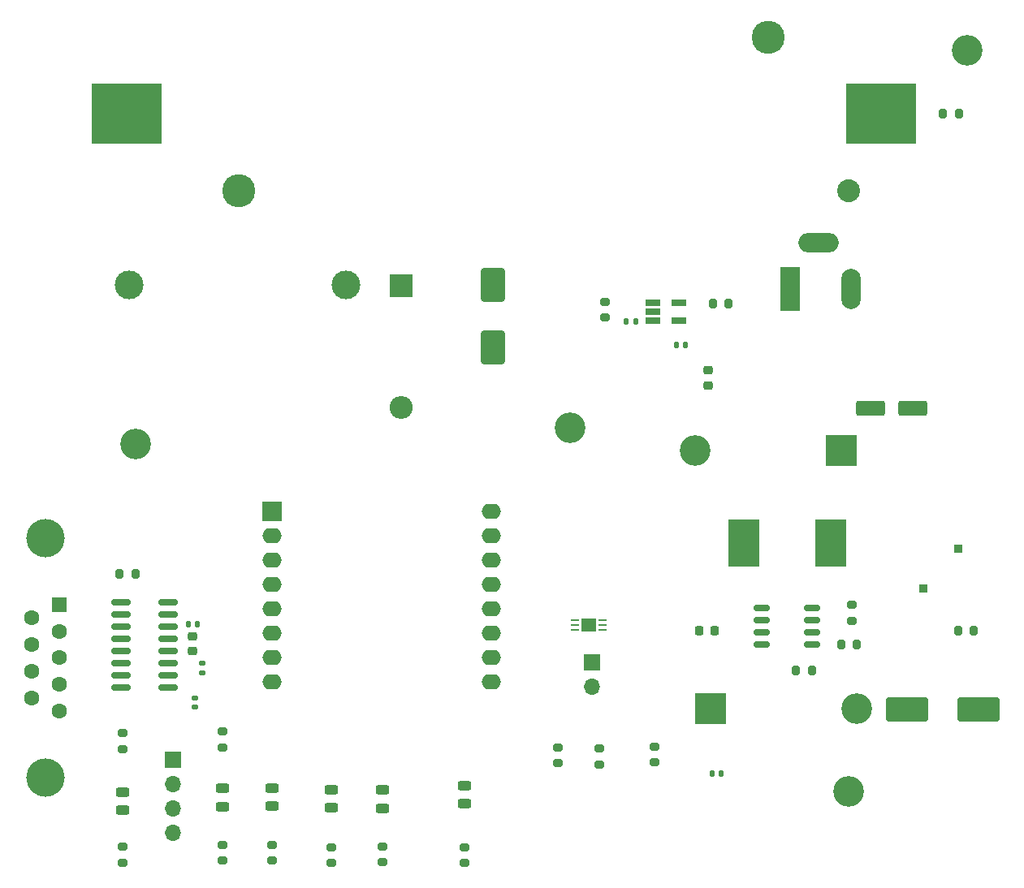
<source format=gts>
G04 #@! TF.GenerationSoftware,KiCad,Pcbnew,(7.0.0-0)*
G04 #@! TF.CreationDate,2023-11-03T12:50:16+02:00*
G04 #@! TF.ProjectId,Untitled,556e7469-746c-4656-942e-6b696361645f,rev?*
G04 #@! TF.SameCoordinates,Original*
G04 #@! TF.FileFunction,Soldermask,Top*
G04 #@! TF.FilePolarity,Negative*
%FSLAX46Y46*%
G04 Gerber Fmt 4.6, Leading zero omitted, Abs format (unit mm)*
G04 Created by KiCad (PCBNEW (7.0.0-0)) date 2023-11-03 12:50:16*
%MOMM*%
%LPD*%
G01*
G04 APERTURE LIST*
G04 Aperture macros list*
%AMRoundRect*
0 Rectangle with rounded corners*
0 $1 Rounding radius*
0 $2 $3 $4 $5 $6 $7 $8 $9 X,Y pos of 4 corners*
0 Add a 4 corners polygon primitive as box body*
4,1,4,$2,$3,$4,$5,$6,$7,$8,$9,$2,$3,0*
0 Add four circle primitives for the rounded corners*
1,1,$1+$1,$2,$3*
1,1,$1+$1,$4,$5*
1,1,$1+$1,$6,$7*
1,1,$1+$1,$8,$9*
0 Add four rect primitives between the rounded corners*
20,1,$1+$1,$2,$3,$4,$5,0*
20,1,$1+$1,$4,$5,$6,$7,0*
20,1,$1+$1,$6,$7,$8,$9,0*
20,1,$1+$1,$8,$9,$2,$3,0*%
G04 Aperture macros list end*
%ADD10R,3.175000X4.950000*%
%ADD11RoundRect,0.225000X-0.250000X0.225000X-0.250000X-0.225000X0.250000X-0.225000X0.250000X0.225000X0*%
%ADD12RoundRect,0.243750X0.456250X-0.243750X0.456250X0.243750X-0.456250X0.243750X-0.456250X-0.243750X0*%
%ADD13RoundRect,0.200000X-0.275000X0.200000X-0.275000X-0.200000X0.275000X-0.200000X0.275000X0.200000X0*%
%ADD14RoundRect,0.200000X0.275000X-0.200000X0.275000X0.200000X-0.275000X0.200000X-0.275000X-0.200000X0*%
%ADD15RoundRect,0.062500X0.350000X0.062500X-0.350000X0.062500X-0.350000X-0.062500X0.350000X-0.062500X0*%
%ADD16R,1.650000X1.350000*%
%ADD17R,3.200000X3.200000*%
%ADD18O,3.200000X3.200000*%
%ADD19RoundRect,0.225000X0.225000X0.250000X-0.225000X0.250000X-0.225000X-0.250000X0.225000X-0.250000X0*%
%ADD20RoundRect,0.150000X0.825000X0.150000X-0.825000X0.150000X-0.825000X-0.150000X0.825000X-0.150000X0*%
%ADD21C,2.390000*%
%ADD22C,3.450000*%
%ADD23R,7.340000X6.350000*%
%ADD24R,2.000000X2.000000*%
%ADD25O,2.000000X1.600000*%
%ADD26RoundRect,0.140000X0.170000X-0.140000X0.170000X0.140000X-0.170000X0.140000X-0.170000X-0.140000X0*%
%ADD27R,0.850000X0.850000*%
%ADD28RoundRect,0.140000X0.140000X0.170000X-0.140000X0.170000X-0.140000X-0.170000X0.140000X-0.170000X0*%
%ADD29RoundRect,0.200000X-0.200000X-0.275000X0.200000X-0.275000X0.200000X0.275000X-0.200000X0.275000X0*%
%ADD30RoundRect,0.140000X-0.140000X-0.170000X0.140000X-0.170000X0.140000X0.170000X-0.140000X0.170000X0*%
%ADD31R,1.700000X1.700000*%
%ADD32O,1.700000X1.700000*%
%ADD33C,3.200000*%
%ADD34RoundRect,0.250000X-1.000000X1.500000X-1.000000X-1.500000X1.000000X-1.500000X1.000000X1.500000X0*%
%ADD35R,1.560000X0.650000*%
%ADD36RoundRect,0.200000X0.200000X0.275000X-0.200000X0.275000X-0.200000X-0.275000X0.200000X-0.275000X0*%
%ADD37RoundRect,0.225000X0.250000X-0.225000X0.250000X0.225000X-0.250000X0.225000X-0.250000X-0.225000X0*%
%ADD38C,4.000000*%
%ADD39R,1.600000X1.600000*%
%ADD40C,1.600000*%
%ADD41R,2.400000X2.400000*%
%ADD42O,2.400000X2.400000*%
%ADD43RoundRect,0.150000X-0.675000X-0.150000X0.675000X-0.150000X0.675000X0.150000X-0.675000X0.150000X0*%
%ADD44RoundRect,0.250000X1.250000X0.550000X-1.250000X0.550000X-1.250000X-0.550000X1.250000X-0.550000X0*%
%ADD45R,2.000000X4.600000*%
%ADD46O,2.000000X4.200000*%
%ADD47O,4.200000X2.000000*%
%ADD48RoundRect,0.250000X-1.950000X-1.000000X1.950000X-1.000000X1.950000X1.000000X-1.950000X1.000000X0*%
%ADD49C,3.000000*%
G04 APERTURE END LIST*
D10*
X177707499Y-80263999D03*
X168692499Y-80263999D03*
D11*
X164900000Y-62225000D03*
X164900000Y-63775000D03*
D12*
X119500000Y-107677500D03*
X119500000Y-105802500D03*
D13*
X103900000Y-111925500D03*
X103900000Y-113575500D03*
X139500000Y-111949000D03*
X139500000Y-113599000D03*
D14*
X154150000Y-56712000D03*
X154150000Y-55062000D03*
D13*
X125600000Y-111935000D03*
X125600000Y-113585000D03*
D14*
X149241000Y-103188000D03*
X149241000Y-101538000D03*
D15*
X153882500Y-89252000D03*
X153882500Y-88752000D03*
X153882500Y-88252000D03*
X151007500Y-88252000D03*
X151007500Y-88752000D03*
X151007500Y-89252000D03*
D16*
X152444999Y-88751999D03*
D17*
X165179999Y-97499999D03*
D18*
X180419999Y-97499999D03*
D19*
X165576000Y-89366000D03*
X164026000Y-89366000D03*
D20*
X108647000Y-95312000D03*
X108647000Y-94042000D03*
X108647000Y-92772000D03*
X108647000Y-91502000D03*
X108647000Y-90232000D03*
X108647000Y-88962000D03*
X108647000Y-87692000D03*
X108647000Y-86422000D03*
X103697000Y-86422000D03*
X103697000Y-87692000D03*
X103697000Y-88962000D03*
X103697000Y-90232000D03*
X103697000Y-91502000D03*
X103697000Y-92772000D03*
X103697000Y-94042000D03*
X103697000Y-95312000D03*
D14*
X103900000Y-101725000D03*
X103900000Y-100075000D03*
D21*
X179541600Y-43458400D03*
D22*
X171211600Y-27458400D03*
X116011600Y-43458400D03*
D23*
X182941599Y-35458399D03*
X104281599Y-35458399D03*
D24*
X119499999Y-76899999D03*
D25*
X119499999Y-79439999D03*
X119499999Y-81979999D03*
X119499999Y-84519999D03*
X119499999Y-87059999D03*
X119499999Y-89599999D03*
X119499999Y-92139999D03*
X119499999Y-94679999D03*
X142359999Y-94679999D03*
X142359999Y-92139999D03*
X142359999Y-89599999D03*
X142359999Y-87059999D03*
X142359999Y-84519999D03*
X142359999Y-81979999D03*
X142359999Y-79439999D03*
X142359999Y-76899999D03*
D12*
X131000000Y-107877500D03*
X131000000Y-106002500D03*
D14*
X159300000Y-103125000D03*
X159300000Y-101475000D03*
D26*
X112203000Y-93732000D03*
X112203000Y-92772000D03*
D12*
X139500000Y-107440000D03*
X139500000Y-105565000D03*
D27*
X187399999Y-84999999D03*
D28*
X157350000Y-57112000D03*
X156390000Y-57112000D03*
D29*
X165425000Y-55212000D03*
X167075000Y-55212000D03*
D30*
X110707000Y-88708000D03*
X111667000Y-88708000D03*
D31*
X109099999Y-102799999D03*
D32*
X109099999Y-105339999D03*
X109099999Y-107879999D03*
X109099999Y-110419999D03*
D33*
X191960000Y-28790000D03*
D30*
X161600000Y-59600000D03*
X162560000Y-59600000D03*
D13*
X114296000Y-111703500D03*
X114296000Y-113353500D03*
D14*
X153600000Y-103300000D03*
X153600000Y-101650000D03*
D17*
X178815999Y-70611999D03*
D18*
X163575999Y-70611999D03*
D34*
X142500000Y-53292500D03*
X142500000Y-59792500D03*
D35*
X159149999Y-55149999D03*
X159149999Y-56099999D03*
X159149999Y-57049999D03*
X161849999Y-57049999D03*
X161849999Y-55149999D03*
D12*
X114296000Y-107702500D03*
X114296000Y-105827500D03*
D31*
X152779999Y-92644999D03*
D32*
X152779999Y-95184999D03*
D12*
X103900000Y-108100000D03*
X103900000Y-106225000D03*
D36*
X191050000Y-35400000D03*
X189400000Y-35400000D03*
D13*
X119500000Y-111694000D03*
X119500000Y-113344000D03*
D12*
X125600000Y-107840000D03*
X125600000Y-105965000D03*
D37*
X111187000Y-91515000D03*
X111187000Y-89965000D03*
D38*
X95859531Y-79703200D03*
X95859531Y-104703200D03*
D39*
X97279530Y-86663199D03*
D40*
X97279531Y-89433200D03*
X97279531Y-92203200D03*
X97279531Y-94973200D03*
X97279531Y-97743200D03*
X94439531Y-88048200D03*
X94439531Y-90818200D03*
X94439531Y-93588200D03*
X94439531Y-96358200D03*
D14*
X179920000Y-88325000D03*
X179920000Y-86675000D03*
D36*
X192625000Y-89400000D03*
X190975000Y-89400000D03*
D29*
X178775000Y-90800000D03*
X180425000Y-90800000D03*
D41*
X132899999Y-53349999D03*
D42*
X132899999Y-66049999D03*
D33*
X179600000Y-106090000D03*
X105200000Y-69900000D03*
D43*
X170495000Y-86995000D03*
X170495000Y-88265000D03*
X170495000Y-89535000D03*
X170495000Y-90805000D03*
X175745000Y-90805000D03*
X175745000Y-89535000D03*
X175745000Y-88265000D03*
X175745000Y-86995000D03*
D14*
X131000000Y-113528500D03*
X131000000Y-111878500D03*
D44*
X186300000Y-66200000D03*
X181900000Y-66200000D03*
D33*
X150540000Y-68230000D03*
D29*
X174095000Y-93500000D03*
X175745000Y-93500000D03*
D45*
X173499999Y-53699999D03*
D46*
X179799999Y-53699999D03*
D47*
X176399999Y-48899999D03*
D48*
X185700000Y-97600000D03*
X193100000Y-97600000D03*
D30*
X165320000Y-104300000D03*
X166280000Y-104300000D03*
D14*
X114300000Y-101537500D03*
X114300000Y-99887500D03*
D49*
X104524000Y-53340000D03*
X127124000Y-53340000D03*
D29*
X103575000Y-83440000D03*
X105225000Y-83440000D03*
D27*
X190999999Y-80799999D03*
D26*
X111380000Y-97320000D03*
X111380000Y-96360000D03*
M02*

</source>
